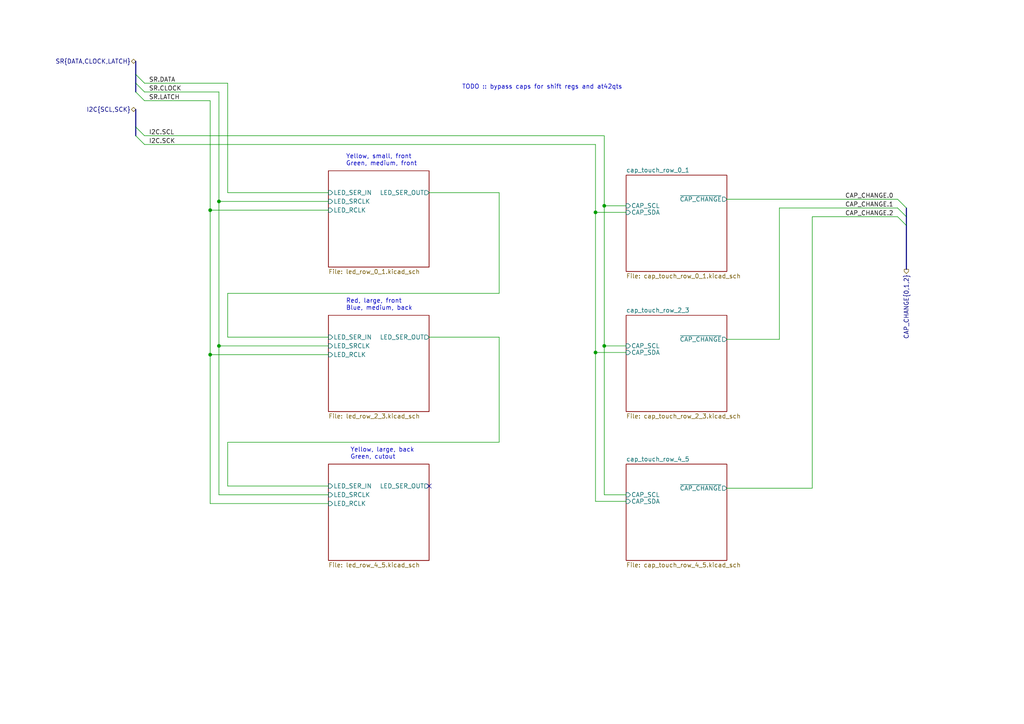
<source format=kicad_sch>
(kicad_sch (version 20230121) (generator eeschema)
  (paper "A4")
  (lib_symbols)
  (junction (at 63.5 100.33))
  (junction (at 63.5 58.42))
  (junction (at 60.96 60.96))
  (junction (at 175.26 59.69))
  (junction (at 172.72 102.235))
  (junction (at 175.26 100.33))
  (junction (at 172.72 61.595))
  (junction (at 60.96 102.87))
  (no_connect (at 124.46 140.97))
  (bus_entry (at 262.89 60.325) (size -2.54 -2.54))
  (bus_entry (at 39.37 39.37) (size 2.54 2.54))
  (bus_entry (at 39.37 24.13) (size 2.54 2.54))
  (bus_entry (at 262.89 62.865) (size -2.54 -2.54))
  (bus_entry (at 39.37 36.83) (size 2.54 2.54))
  (bus_entry (at 262.89 65.405) (size -2.54 -2.54))
  (bus_entry (at 39.37 26.67) (size 2.54 2.54))
  (bus_entry (at 39.37 21.59) (size 2.54 2.54))
  (wire (pts (xy 66.04 85.09) (xy 66.04 97.79)))
  (wire (pts (xy 144.78 55.88) (xy 144.78 85.09)))
  (wire (pts (xy 66.04 24.13) (xy 66.04 55.88)))
  (bus (pts (xy 39.37 26.67) (xy 39.37 24.13)))
  (wire (pts (xy 60.96 146.05) (xy 60.96 102.87)))
  (wire (pts (xy 66.04 128.27) (xy 66.04 140.97)))
  (wire (pts (xy 210.82 141.605) (xy 235.585 141.605)))
  (wire (pts (xy 235.585 141.605) (xy 235.585 62.865)))
  (bus (pts (xy 39.37 39.37) (xy 39.37 36.83)))
  (wire (pts (xy 210.82 57.785) (xy 260.35 57.785)))
  (wire (pts (xy 172.72 145.415) (xy 181.61 145.415)))
  (bus (pts (xy 262.89 65.405) (xy 262.89 78.105)))
  (wire (pts (xy 66.04 55.88) (xy 95.25 55.88)))
  (wire (pts (xy 172.72 61.595) (xy 181.61 61.595)))
  (wire (pts (xy 175.26 59.69) (xy 181.61 59.69)))
  (wire (pts (xy 60.96 102.87) (xy 95.25 102.87)))
  (wire (pts (xy 226.06 60.325) (xy 260.35 60.325)))
  (wire (pts (xy 144.78 128.27) (xy 66.04 128.27)))
  (wire (pts (xy 172.72 61.595) (xy 172.72 102.235)))
  (wire (pts (xy 41.91 24.13) (xy 66.04 24.13)))
  (wire (pts (xy 66.04 140.97) (xy 95.25 140.97)))
  (wire (pts (xy 175.26 143.51) (xy 181.61 143.51)))
  (wire (pts (xy 41.91 41.91) (xy 172.72 41.91)))
  (wire (pts (xy 63.5 58.42) (xy 95.25 58.42)))
  (wire (pts (xy 60.96 60.96) (xy 60.96 102.87)))
  (wire (pts (xy 41.91 29.21) (xy 60.96 29.21)))
  (bus (pts (xy 39.37 36.83) (xy 39.37 31.75)))
  (wire (pts (xy 175.26 100.33) (xy 175.26 143.51)))
  (wire (pts (xy 175.26 100.33) (xy 181.61 100.33)))
  (wire (pts (xy 63.5 100.33) (xy 63.5 58.42)))
  (wire (pts (xy 66.04 97.79) (xy 95.25 97.79)))
  (wire (pts (xy 210.82 98.425) (xy 226.06 98.425)))
  (wire (pts (xy 172.72 102.235) (xy 172.72 145.415)))
  (wire (pts (xy 63.5 100.33) (xy 63.5 143.51)))
  (wire (pts (xy 60.96 60.96) (xy 95.25 60.96)))
  (wire (pts (xy 172.72 102.235) (xy 181.61 102.235)))
  (wire (pts (xy 41.91 39.37) (xy 175.26 39.37)))
  (wire (pts (xy 172.72 41.91) (xy 172.72 61.595)))
  (wire (pts (xy 63.5 26.67) (xy 63.5 58.42)))
  (wire (pts (xy 124.46 97.79) (xy 144.78 97.79)))
  (wire (pts (xy 235.585 62.865) (xy 260.35 62.865)))
  (bus (pts (xy 39.37 21.59) (xy 39.37 17.78)))
  (wire (pts (xy 41.91 26.67) (xy 63.5 26.67)))
  (wire (pts (xy 124.46 55.88) (xy 144.78 55.88)))
  (wire (pts (xy 95.25 100.33) (xy 63.5 100.33)))
  (wire (pts (xy 144.78 97.79) (xy 144.78 128.27)))
  (wire (pts (xy 175.26 39.37) (xy 175.26 59.69)))
  (wire (pts (xy 226.06 98.425) (xy 226.06 60.325)))
  (wire (pts (xy 144.78 85.09) (xy 66.04 85.09)))
  (wire (pts (xy 63.5 143.51) (xy 95.25 143.51)))
  (bus (pts (xy 39.37 24.13) (xy 39.37 21.59)))
  (bus (pts (xy 262.89 62.865) (xy 262.89 65.405)))
  (wire (pts (xy 175.26 59.69) (xy 175.26 100.33)))
  (wire (pts (xy 60.96 29.21) (xy 60.96 60.96)))
  (bus (pts (xy 262.89 60.325) (xy 262.89 62.865)))
  (wire (pts (xy 95.25 146.05) (xy 60.96 146.05)))
  (text "Red, large, front\nBlue, medium, back" (at 100.33 90.17 0) (effects (font (size 1.27 1.27)) (justify left bottom)))
  (text "TODO :: bypass caps for shift regs and at42qts" (at 133.985 26.035 0) (effects (font (size 1.27 1.27)) (justify left bottom)))
  (text "Yellow, small, front\nGreen, medium, front" (at 100.33 48.26 0) (effects (font (size 1.27 1.27)) (justify left bottom)))
  (text "Yellow, large, back\nGreen, cutout" (at 101.6 133.35 0) (effects (font (size 1.27 1.27)) (justify left bottom)))
  (label "SR.CLOCK" (at 43.18 26.67 0))
  (label "CAP_CHANGE.2" (at 245.11 62.865 0))
  (label "SR.DATA" (at 43.18 24.13 0))
  (label "I2C.SCK" (at 43.18 41.91 0))
  (label "SR.LATCH" (at 43.18 29.21 0))
  (label "CAP_CHANGE.0" (at 245.11 57.785 0))
  (label "I2C.SCL" (at 43.18 39.37 0))
  (label "CAP_CHANGE.1" (at 245.11 60.325 0))
  (hierarchical_label "I2C{SCL,SCK}" (shape bidirectional) (at 39.37 31.75 180))
  (hierarchical_label "SR{DATA,CLOCK,LATCH}" (shape bidirectional) (at 39.37 17.78 180))
  (hierarchical_label "CAP_CHANGE{0,1,2}" (shape output) (at 262.89 78.105 270))
  (sheet (at 181.61 50.8) (size 29.21 27.94) (stroke (width 0.1524))
    (property "Sheetname" "cap_touch_row_0_1" (at 181.61 50.0884 0) (effects (justify left bottom)))
    (property "Sheetfile" "cap_touch_row_0_1.kicad_sch" (at 181.61 79.3246 0) (effects (justify left top)))
    (pin "~{CAP_CHANGE}" output (at 210.82 57.785 0))
    (pin "CAP_SCL" input (at 181.61 59.69 180))
    (pin "CAP_SDA" input (at 181.61 61.595 180))
  )
  (sheet (at 181.61 91.44) (size 29.21 27.94) (stroke (width 0.1524))
    (property "Sheetname" "cap_touch_row_2_3" (at 181.61 90.7284 0) (effects (justify left bottom)))
    (property "Sheetfile" "cap_touch_row_2_3.kicad_sch" (at 181.61 119.9646 0) (effects (justify left top)))
    (pin "~{CAP_CHANGE}" output (at 210.82 98.425 0))
    (pin "CAP_SCL" input (at 181.61 100.33 180))
    (pin "CAP_SDA" input (at 181.61 102.235 180))
  )
  (sheet (at 95.25 91.44) (size 29.21 27.94) (stroke (width 0.1524))
    (property "Sheetname" "led_row_2_3" (effects hide))
    (property "Sheetfile" "led_row_2_3.kicad_sch" (at 95.25 119.9646 0) (effects (justify left top)))
    (pin "LED_SER_IN" input (at 95.25 97.79 180))
    (pin "LED_SRCLK" input (at 95.25 100.33 180))
    (pin "LED_RCLK" input (at 95.25 102.87 180))
    (pin "LED_SER_OUT" output (at 124.46 97.79 0))
  )
  (sheet (at 181.61 134.62) (size 29.21 27.94) (stroke (width 0.1524))
    (property "Sheetname" "cap_touch_row_4_5" (at 181.61 133.9084 0) (effects (justify left bottom)))
    (property "Sheetfile" "cap_touch_row_4_5.kicad_sch" (at 181.61 163.1446 0) (effects (justify left top)))
    (pin "~{CAP_CHANGE}" output (at 210.82 141.605 0))
    (pin "CAP_SCL" input (at 181.61 143.51 180))
    (pin "CAP_SDA" input (at 181.61 145.415 180))
  )
  (sheet (at 95.25 49.53) (size 29.21 27.94) (stroke (width 0.1524))
    (property "Sheetname" "led_row_0_1" (effects hide))
    (property "Sheetfile" "led_row_0_1.kicad_sch" (at 95.25 78.0546 0) (effects (justify left top)))
    (pin "LED_SER_IN" input (at 95.25 55.88 180))
    (pin "LED_SRCLK" input (at 95.25 58.42 180))
    (pin "LED_RCLK" input (at 95.25 60.96 180))
    (pin "LED_SER_OUT" output (at 124.46 55.88 0))
  )
  (sheet (at 95.25 134.62) (size 29.21 27.94) (stroke (width 0.1524))
    (property "Sheetname" "led_row_4_5" (effects hide))
    (property "Sheetfile" "led_row_4_5.kicad_sch" (at 95.25 163.1446 0) (effects (justify left top)))
    (pin "LED_SER_IN" input (at 95.25 140.97 180))
    (pin "LED_SRCLK" input (at 95.25 143.51 180))
    (pin "LED_RCLK" input (at 95.25 146.05 180))
    (pin "LED_SER_OUT" output (at 124.46 140.97 0))
  )
)
</source>
